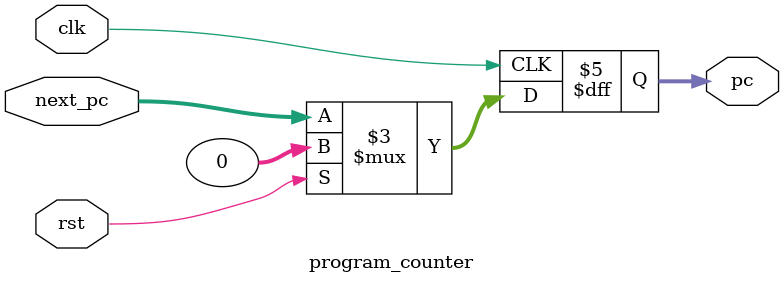
<source format=v>
module program_counter (
    input clk,
    input rst,
    input [31:0] next_pc, // The Datapath tells us where to go
    output reg [31:0] pc
);
    always @(posedge clk) begin
        if (rst)
            pc <= 32'b0;
        else
            pc <= next_pc; // Just load the value. No calculation here.
    end
endmodule

</source>
